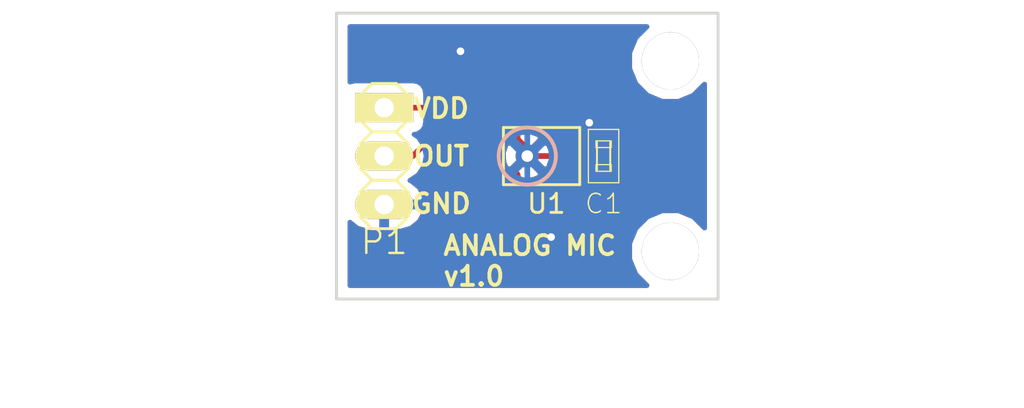
<source format=kicad_pcb>
(kicad_pcb (version 4) (host pcbnew 4.0.1-stable)

  (general
    (links 8)
    (no_connects 0)
    (area 139.924999 103.924999 160.075001 119.075001)
    (thickness 1.6)
    (drawings 16)
    (tracks 31)
    (zones 0)
    (modules 5)
    (nets 4)
  )

  (page A4)
  (title_block
    (title "SPU0410LR5H Board (Analog MEMS MICROPHONE)")
    (date 2017-04-16)
    (company Crescent)
  )

  (layers
    (0 F.Cu signal)
    (31 B.Cu signal)
    (32 B.Adhes user)
    (33 F.Adhes user)
    (34 B.Paste user)
    (35 F.Paste user)
    (36 B.SilkS user)
    (37 F.SilkS user)
    (38 B.Mask user)
    (39 F.Mask user)
    (40 Dwgs.User user)
    (41 Cmts.User user)
    (42 Eco1.User user)
    (43 Eco2.User user)
    (44 Edge.Cuts user)
    (45 Margin user)
    (46 B.CrtYd user)
    (47 F.CrtYd user)
    (48 B.Fab user)
    (49 F.Fab user)
  )

  (setup
    (last_trace_width 0.3)
    (trace_clearance 0.2)
    (zone_clearance 0.508)
    (zone_45_only no)
    (trace_min 0.2)
    (segment_width 0.2)
    (edge_width 0.15)
    (via_size 0.8)
    (via_drill 0.4)
    (via_min_size 0.4)
    (via_min_drill 0.3)
    (uvia_size 0.3)
    (uvia_drill 0.1)
    (uvias_allowed no)
    (uvia_min_size 0.2)
    (uvia_min_drill 0.1)
    (pcb_text_width 0.3)
    (pcb_text_size 1.5 1.5)
    (mod_edge_width 0.15)
    (mod_text_size 1 1)
    (mod_text_width 0.15)
    (pad_size 1.524 3.048)
    (pad_drill 1.016)
    (pad_to_mask_clearance 0.2)
    (aux_axis_origin 0 0)
    (visible_elements 7FFFFF7F)
    (pcbplotparams
      (layerselection 0x010fc_80000001)
      (usegerberextensions true)
      (excludeedgelayer true)
      (linewidth 0.100000)
      (plotframeref false)
      (viasonmask false)
      (mode 1)
      (useauxorigin false)
      (hpglpennumber 1)
      (hpglpenspeed 20)
      (hpglpendiameter 15)
      (hpglpenoverlay 2)
      (psnegative false)
      (psa4output false)
      (plotreference true)
      (plotvalue true)
      (plotinvisibletext false)
      (padsonsilk false)
      (subtractmaskfromsilk false)
      (outputformat 1)
      (mirror false)
      (drillshape 0)
      (scaleselection 1)
      (outputdirectory GERBER/))
  )

  (net 0 "")
  (net 1 VDD)
  (net 2 GND)
  (net 3 OUT)

  (net_class Default "これは標準のネット クラスです。"
    (clearance 0.2)
    (trace_width 0.3)
    (via_dia 0.8)
    (via_drill 0.4)
    (uvia_dia 0.3)
    (uvia_drill 0.1)
    (add_net GND)
    (add_net OUT)
    (add_net VDD)
  )

  (module Mounting_Holes:MountingHole_3mm (layer F.Cu) (tedit 58F3573A) (tstamp 58F73DE3)
    (at 157.5 116.5)
    (descr "Mounting hole, Befestigungsbohrung, 3mm, No Annular, Kein Restring,")
    (tags "Mounting hole, Befestigungsbohrung, 3mm, No Annular, Kein Restring,")
    (fp_text reference REF2 (at 0 -4.0005) (layer F.SilkS) hide
      (effects (font (size 1 1) (thickness 0.15)))
    )
    (fp_text value MountingHole_3mm (at 1.00076 5.00126) (layer F.Fab) hide
      (effects (font (size 1 1) (thickness 0.15)))
    )
    (fp_circle (center 0 0) (end 3 0) (layer Cmts.User) (width 0.381))
    (pad 1 thru_hole circle (at 0 0) (size 3 3) (drill 3) (layers))
  )

  (module generic:generic-SMD1608 (layer F.Cu) (tedit 58F35871) (tstamp 58F354E6)
    (at 154 111.5 90)
    (descr "1608M 0603")
    (tags "1608M 0603")
    (path /58F34CD1)
    (attr smd)
    (fp_text reference C1 (at -2.5 0 180) (layer F.SilkS)
      (effects (font (size 1.016 1.016) (thickness 0.0762)))
    )
    (fp_text value C (at 2.2479 1.14046 90) (layer B.SilkS) hide
      (effects (font (size 1.016 1.016) (thickness 0.0762)) (justify mirror))
    )
    (fp_line (start -0.79756 0.39878) (end -0.44958 0.39878) (layer F.SilkS) (width 0.06604))
    (fp_line (start -0.44958 0.39878) (end -0.44958 -0.39878) (layer F.SilkS) (width 0.06604))
    (fp_line (start -0.79756 -0.39878) (end -0.44958 -0.39878) (layer F.SilkS) (width 0.06604))
    (fp_line (start -0.79756 0.39878) (end -0.79756 -0.39878) (layer F.SilkS) (width 0.06604))
    (fp_line (start 0.44958 0.39878) (end 0.79756 0.39878) (layer F.SilkS) (width 0.06604))
    (fp_line (start 0.79756 0.39878) (end 0.79756 -0.39878) (layer F.SilkS) (width 0.06604))
    (fp_line (start 0.44958 -0.39878) (end 0.79756 -0.39878) (layer F.SilkS) (width 0.06604))
    (fp_line (start 0.44958 0.39878) (end 0.44958 -0.39878) (layer F.SilkS) (width 0.06604))
    (fp_line (start -1.39954 0.79756) (end 1.39954 0.79756) (layer F.SilkS) (width 0.06604))
    (fp_line (start 1.39954 0.79756) (end 1.39954 -0.79756) (layer F.SilkS) (width 0.06604))
    (fp_line (start -1.39954 -0.79756) (end 1.39954 -0.79756) (layer F.SilkS) (width 0.06604))
    (fp_line (start -1.39954 0.79756) (end -1.39954 -0.79756) (layer F.SilkS) (width 0.06604))
    (fp_line (start -0.7239 -0.34798) (end 0.7239 -0.34798) (layer F.SilkS) (width 0.1016))
    (fp_line (start 0.7239 0.34798) (end -0.7239 0.34798) (layer F.SilkS) (width 0.1016))
    (pad 1 smd rect (at -0.87376 0 90) (size 1.04902 1.0795) (layers F.Cu F.Paste F.Mask)
      (net 1 VDD))
    (pad 2 smd rect (at 0.87376 0 90) (size 1.04902 1.0795) (layers F.Cu F.Paste F.Mask)
      (net 2 GND))
  )

  (module pin-head:pinhead-1X03 (layer F.Cu) (tedit 590454AC) (tstamp 58F354ED)
    (at 142.5 111.5 270)
    (descr "PIN HEADER")
    (tags "PIN HEADER")
    (path /58F34C34)
    (attr virtual)
    (fp_text reference P1 (at 4.5 0 540) (layer F.SilkS)
      (effects (font (size 1.27 1.27) (thickness 0.127)))
    )
    (fp_text value CONN_01X03 (at 0 2.54 270) (layer F.SilkS) hide
      (effects (font (size 1.27 1.27) (thickness 0.1016)))
    )
    (fp_line (start -0.254 0.254) (end 0.254 0.254) (layer F.SilkS) (width 0.06604))
    (fp_line (start 0.254 0.254) (end 0.254 -0.254) (layer F.SilkS) (width 0.06604))
    (fp_line (start -0.254 -0.254) (end 0.254 -0.254) (layer F.SilkS) (width 0.06604))
    (fp_line (start -0.254 0.254) (end -0.254 -0.254) (layer F.SilkS) (width 0.06604))
    (fp_line (start -2.794 0.254) (end -2.286 0.254) (layer F.SilkS) (width 0.06604))
    (fp_line (start -2.286 0.254) (end -2.286 -0.254) (layer F.SilkS) (width 0.06604))
    (fp_line (start -2.794 -0.254) (end -2.286 -0.254) (layer F.SilkS) (width 0.06604))
    (fp_line (start -2.794 0.254) (end -2.794 -0.254) (layer F.SilkS) (width 0.06604))
    (fp_line (start 2.286 0.254) (end 2.794 0.254) (layer F.SilkS) (width 0.06604))
    (fp_line (start 2.794 0.254) (end 2.794 -0.254) (layer F.SilkS) (width 0.06604))
    (fp_line (start 2.286 -0.254) (end 2.794 -0.254) (layer F.SilkS) (width 0.06604))
    (fp_line (start 2.286 0.254) (end 2.286 -0.254) (layer F.SilkS) (width 0.06604))
    (fp_line (start -3.175 -1.27) (end -1.905 -1.27) (layer F.SilkS) (width 0.1524))
    (fp_line (start -1.905 -1.27) (end -1.27 -0.635) (layer F.SilkS) (width 0.1524))
    (fp_line (start -1.27 -0.635) (end -1.27 0.635) (layer F.SilkS) (width 0.1524))
    (fp_line (start -1.27 0.635) (end -1.905 1.27) (layer F.SilkS) (width 0.1524))
    (fp_line (start -1.27 -0.635) (end -0.635 -1.27) (layer F.SilkS) (width 0.1524))
    (fp_line (start -0.635 -1.27) (end 0.635 -1.27) (layer F.SilkS) (width 0.1524))
    (fp_line (start 0.635 -1.27) (end 1.27 -0.635) (layer F.SilkS) (width 0.1524))
    (fp_line (start 1.27 -0.635) (end 1.27 0.635) (layer F.SilkS) (width 0.1524))
    (fp_line (start 1.27 0.635) (end 0.635 1.27) (layer F.SilkS) (width 0.1524))
    (fp_line (start 0.635 1.27) (end -0.635 1.27) (layer F.SilkS) (width 0.1524))
    (fp_line (start -0.635 1.27) (end -1.27 0.635) (layer F.SilkS) (width 0.1524))
    (fp_line (start -3.81 -0.635) (end -3.81 0.635) (layer F.SilkS) (width 0.1524))
    (fp_line (start -3.175 -1.27) (end -3.81 -0.635) (layer F.SilkS) (width 0.1524))
    (fp_line (start -3.81 0.635) (end -3.175 1.27) (layer F.SilkS) (width 0.1524))
    (fp_line (start -1.905 1.27) (end -3.175 1.27) (layer F.SilkS) (width 0.1524))
    (fp_line (start 1.27 -0.635) (end 1.905 -1.27) (layer F.SilkS) (width 0.1524))
    (fp_line (start 1.905 -1.27) (end 3.175 -1.27) (layer F.SilkS) (width 0.1524))
    (fp_line (start 3.175 -1.27) (end 3.81 -0.635) (layer F.SilkS) (width 0.1524))
    (fp_line (start 3.81 -0.635) (end 3.81 0.635) (layer F.SilkS) (width 0.1524))
    (fp_line (start 3.81 0.635) (end 3.175 1.27) (layer F.SilkS) (width 0.1524))
    (fp_line (start 3.175 1.27) (end 1.905 1.27) (layer F.SilkS) (width 0.1524))
    (fp_line (start 1.905 1.27) (end 1.27 0.635) (layer F.SilkS) (width 0.1524))
    (pad 1 thru_hole rect (at -2.54 0 90) (size 1.524 3.048) (drill 1.016) (layers *.Cu *.Paste *.Mask F.SilkS)
      (net 1 VDD))
    (pad 2 thru_hole oval (at 0 0 90) (size 1.524 3.048) (drill 1.016) (layers *.Cu *.Paste *.Mask F.SilkS)
      (net 3 OUT))
    (pad 3 thru_hole oval (at 2.54 0 90) (size 1.524 3.048) (drill 1.016) (layers *.Cu *.Paste *.Mask F.SilkS)
      (net 2 GND))
  )

  (module SPU0410LR5H:SPU0410LR5H (layer F.Cu) (tedit 58F3586D) (tstamp 58F354F7)
    (at 150 111.5 270)
    (path /58F34B9F)
    (fp_text reference U1 (at 2.5 -1 540) (layer F.SilkS)
      (effects (font (size 1 1) (thickness 0.15)))
    )
    (fp_text value SPU0410LR5H (at 0.2 -7.6 270) (layer F.Fab) hide
      (effects (font (size 1 1) (thickness 0.15)))
    )
    (fp_line (start -1.5 -2.75) (end 1.5 -2.75) (layer F.SilkS) (width 0.15))
    (fp_line (start 1.5 -2.75) (end 1.5 1.25) (layer F.SilkS) (width 0.15))
    (fp_line (start 1.5 1.25) (end -1.5 1.25) (layer F.SilkS) (width 0.15))
    (fp_line (start -1.5 1.25) (end -1.5 -2.75) (layer F.SilkS) (width 0.15))
    (pad 3 smd circle (at 1.015 0.634 270) (size 0.562 0.562) (layers F.Cu F.Paste F.Mask)
      (net 2 GND))
    (pad 2 smd circle (at -1.015 0.634 270) (size 0.562 0.562) (layers F.Cu F.Paste F.Mask)
      (net 2 GND))
    (pad 4 smd circle (at 0.966 -2.103 270) (size 0.723 0.723) (layers F.Cu F.Paste F.Mask)
      (net 1 VDD))
    (pad 1 smd circle (at -0.966 -2.103 270) (size 0.723 0.723) (layers F.Cu F.Paste F.Mask)
      (net 3 OUT))
    (pad 6 thru_hole circle (at 0 0 270) (size 1.224 1.224) (drill 0.61) (layers *.Cu F.Paste F.Mask)
      (net 2 GND))
    (pad 5 smd circle (at 0 -2.103 270) (size 0.612 0.612) (layers F.Cu F.Paste F.Mask)
      (net 2 GND))
  )

  (module Mounting_Holes:MountingHole_3mm (layer F.Cu) (tedit 58F35736) (tstamp 58F356F5)
    (at 157.5 106.5)
    (descr "Mounting hole, Befestigungsbohrung, 3mm, No Annular, Kein Restring,")
    (tags "Mounting hole, Befestigungsbohrung, 3mm, No Annular, Kein Restring,")
    (fp_text reference REF1 (at 0 -4.0005) (layer F.SilkS) hide
      (effects (font (size 1 1) (thickness 0.15)))
    )
    (fp_text value MountingHole_3mm (at 1.00076 5.00126) (layer F.Fab) hide
      (effects (font (size 1 1) (thickness 0.15)))
    )
    (fp_circle (center 0 0) (end 3 0) (layer Cmts.User) (width 0.381))
    (pad 1 thru_hole circle (at 0 0) (size 3 3) (drill 3) (layers))
  )

  (gr_circle (center 150 111.5) (end 148.5 111.5) (layer B.SilkS) (width 0.2))
  (dimension 10 (width 0.3) (layer Eco2.User)
    (gr_text "10.000 mm" (at 145 121.85) (layer Eco2.User)
      (effects (font (size 1.5 1.5) (thickness 0.3)))
    )
    (feature1 (pts (xy 140 111.5) (xy 140 123.2)))
    (feature2 (pts (xy 150 111.5) (xy 150 123.2)))
    (crossbar (pts (xy 150 120.5) (xy 140 120.5)))
    (arrow1a (pts (xy 140 120.5) (xy 141.126504 119.913579)))
    (arrow1b (pts (xy 140 120.5) (xy 141.126504 121.086421)))
    (arrow2a (pts (xy 150 120.5) (xy 148.873496 119.913579)))
    (arrow2b (pts (xy 150 120.5) (xy 148.873496 121.086421)))
  )
  (dimension 7.5 (width 0.3) (layer Eco2.User)
    (gr_text "7.500 mm" (at 173.35 115.25 270) (layer Eco2.User)
      (effects (font (size 1.5 1.5) (thickness 0.3)))
    )
    (feature1 (pts (xy 150 119) (xy 174.7 119)))
    (feature2 (pts (xy 150 111.5) (xy 174.7 111.5)))
    (crossbar (pts (xy 172 111.5) (xy 172 119)))
    (arrow1a (pts (xy 172 119) (xy 171.413579 117.873496)))
    (arrow1b (pts (xy 172 119) (xy 172.586421 117.873496)))
    (arrow2a (pts (xy 172 111.5) (xy 171.413579 112.626504)))
    (arrow2b (pts (xy 172 111.5) (xy 172.586421 112.626504)))
  )
  (dimension 10 (width 0.3) (layer Eco2.User)
    (gr_text "10.000 mm" (at 167.35 111.5 270) (layer Eco2.User)
      (effects (font (size 1.5 1.5) (thickness 0.3)))
    )
    (feature1 (pts (xy 157.5 116.5) (xy 168.7 116.5)))
    (feature2 (pts (xy 157.5 106.5) (xy 168.7 106.5)))
    (crossbar (pts (xy 166 106.5) (xy 166 116.5)))
    (arrow1a (pts (xy 166 116.5) (xy 165.413579 115.373496)))
    (arrow1b (pts (xy 166 116.5) (xy 166.586421 115.373496)))
    (arrow2a (pts (xy 166 106.5) (xy 165.413579 107.626504)))
    (arrow2b (pts (xy 166 106.5) (xy 166.586421 107.626504)))
  )
  (gr_text GND (at 145.5 114) (layer F.SilkS)
    (effects (font (size 1 1) (thickness 0.2)))
  )
  (gr_text OUT (at 145.5 111.5) (layer F.SilkS)
    (effects (font (size 1 1) (thickness 0.2)))
  )
  (gr_text VDD (at 145.5 109) (layer F.SilkS)
    (effects (font (size 1 1) (thickness 0.2)))
  )
  (gr_text "ANALOG MIC \nv1.0" (at 145.5 117) (layer F.SilkS)
    (effects (font (size 1 1) (thickness 0.2)) (justify left))
  )
  (gr_line (start 150 106) (end 150 117) (angle 90) (layer Eco2.User) (width 0.2))
  (gr_line (start 155.5 111.5) (end 144.5 111.5) (angle 90) (layer Eco2.User) (width 0.2))
  (dimension 20 (width 0.3) (layer Eco2.User)
    (gr_text "20.000 mm" (at 150 125.35) (layer Eco2.User)
      (effects (font (size 1.5 1.5) (thickness 0.3)))
    )
    (feature1 (pts (xy 160 119) (xy 160 126.7)))
    (feature2 (pts (xy 140 119) (xy 140 126.7)))
    (crossbar (pts (xy 140 124) (xy 160 124)))
    (arrow1a (pts (xy 160 124) (xy 158.873496 124.586421)))
    (arrow1b (pts (xy 160 124) (xy 158.873496 123.413579)))
    (arrow2a (pts (xy 140 124) (xy 141.126504 124.586421)))
    (arrow2b (pts (xy 140 124) (xy 141.126504 123.413579)))
  )
  (dimension 15 (width 0.3) (layer Eco2.User)
    (gr_text "15.000 mm" (at 128.65 111.5 270) (layer Eco2.User)
      (effects (font (size 1.5 1.5) (thickness 0.3)))
    )
    (feature1 (pts (xy 140 119) (xy 127.3 119)))
    (feature2 (pts (xy 140 104) (xy 127.3 104)))
    (crossbar (pts (xy 130 104) (xy 130 119)))
    (arrow1a (pts (xy 130 119) (xy 129.413579 117.873496)))
    (arrow1b (pts (xy 130 119) (xy 130.586421 117.873496)))
    (arrow2a (pts (xy 130 104) (xy 129.413579 105.126504)))
    (arrow2b (pts (xy 130 104) (xy 130.586421 105.126504)))
  )
  (gr_line (start 140 119) (end 140 104) (angle 90) (layer Edge.Cuts) (width 0.15))
  (gr_line (start 160 119) (end 140 119) (angle 90) (layer Edge.Cuts) (width 0.15))
  (gr_line (start 160 104) (end 160 119) (angle 90) (layer Edge.Cuts) (width 0.15))
  (gr_line (start 140 104) (end 160 104) (angle 90) (layer Edge.Cuts) (width 0.15))

  (segment (start 153.0177 112.466) (end 153.1099 112.3738) (width 0.3) (layer F.Cu) (net 1))
  (segment (start 152.103 112.466) (end 153.0177 112.466) (width 0.3) (layer F.Cu) (net 1))
  (segment (start 154 112.3738) (end 153.1099 112.3738) (width 0.3) (layer F.Cu) (net 1))
  (segment (start 155.5 110.8738) (end 154 112.3738) (width 0.3) (layer F.Cu) (net 1))
  (segment (start 155.5 110) (end 155.5 110.8738) (width 0.3) (layer F.Cu) (net 1))
  (segment (start 154.46 108.96) (end 155.5 110) (width 0.3) (layer F.Cu) (net 1))
  (segment (start 142.5 108.96) (end 154.46 108.96) (width 0.3) (layer F.Cu) (net 1))
  (segment (start 150 111.5) (end 150 114.5) (width 0.3) (layer B.Cu) (net 2))
  (via (at 151.25 115.75) (size 0.8) (drill 0.4) (layers F.Cu B.Cu) (net 2))
  (segment (start 150 114.5) (end 151.25 115.75) (width 0.3) (layer B.Cu) (net 2) (tstamp 58F35A74))
  (segment (start 154 110.62624) (end 154 110.5) (width 0.3) (layer F.Cu) (net 2))
  (segment (start 154 110.5) (end 153.25 109.75) (width 0.3) (layer F.Cu) (net 2) (tstamp 58F35A66))
  (via (at 153.25 109.75) (size 0.8) (drill 0.4) (layers F.Cu B.Cu) (net 2))
  (segment (start 150 111.5) (end 150 109.5) (width 0.3) (layer B.Cu) (net 2))
  (via (at 146.5 106) (size 0.8) (drill 0.4) (layers F.Cu B.Cu) (net 2))
  (segment (start 150 109.5) (end 146.5 106) (width 0.3) (layer B.Cu) (net 2) (tstamp 58F35A5D))
  (segment (start 150 111.119) (end 149.366 110.485) (width 0.3) (layer F.Cu) (net 2))
  (segment (start 150 111.5) (end 150 111.119) (width 0.3) (layer F.Cu) (net 2))
  (segment (start 149.366 112.134) (end 149.366 112.515) (width 0.3) (layer F.Cu) (net 2))
  (segment (start 150 111.5) (end 149.366 112.134) (width 0.3) (layer F.Cu) (net 2))
  (segment (start 150 111.5) (end 152.103 111.5) (width 0.3) (layer F.Cu) (net 2))
  (segment (start 152.2361 111.5) (end 153.1099 110.6262) (width 0.3) (layer F.Cu) (net 2))
  (segment (start 152.103 111.5) (end 152.2361 111.5) (width 0.3) (layer F.Cu) (net 2))
  (segment (start 154 110.6262) (end 153.1099 110.6262) (width 0.3) (layer F.Cu) (net 2))
  (segment (start 147.841 114.04) (end 149.366 112.515) (width 0.3) (layer F.Cu) (net 2))
  (segment (start 142.5 114.04) (end 147.841 114.04) (width 0.3) (layer F.Cu) (net 2))
  (segment (start 145 109.6002) (end 145 110.5) (width 0.3) (layer F.Cu) (net 3))
  (segment (start 152.103 110.534) (end 151.1692 109.6002) (width 0.3) (layer F.Cu) (net 3))
  (segment (start 151.1692 109.6002) (end 145 109.6002) (width 0.3) (layer F.Cu) (net 3))
  (segment (start 145 110.5) (end 144 111.5) (width 0.3) (layer F.Cu) (net 3) (tstamp 59045579))
  (segment (start 144 111.5) (end 142.5 111.5) (width 0.3) (layer F.Cu) (net 3) (tstamp 5904557C))

  (zone (net 2) (net_name GND) (layer F.Cu) (tstamp 58F35A21) (hatch edge 0.508)
    (connect_pads (clearance 0.508))
    (min_thickness 0.254)
    (fill yes (arc_segments 16) (thermal_gap 0.508) (thermal_bridge_width 0.508))
    (polygon
      (pts
        (xy 140 104) (xy 160 104) (xy 160 119) (xy 140 119)
      )
    )
    (filled_polygon
      (pts
        (xy 155.691091 105.289041) (xy 155.365372 106.073459) (xy 155.36463 106.922815) (xy 155.68898 107.7078) (xy 156.289041 108.308909)
        (xy 157.073459 108.634628) (xy 157.922815 108.63537) (xy 158.7078 108.31102) (xy 159.29 107.729835) (xy 159.29 115.271143)
        (xy 158.710959 114.691091) (xy 157.926541 114.365372) (xy 157.077185 114.36463) (xy 156.2922 114.68898) (xy 155.691091 115.289041)
        (xy 155.365372 116.073459) (xy 155.36463 116.922815) (xy 155.68898 117.7078) (xy 156.270165 118.29) (xy 140.71 118.29)
        (xy 140.71 114.978136) (xy 141.086059 115.282059) (xy 141.611 115.437) (xy 142.373 115.437) (xy 142.373 114.167)
        (xy 142.627 114.167) (xy 142.627 115.437) (xy 143.389 115.437) (xy 143.913941 115.282059) (xy 144.33963 114.938026)
        (xy 144.60126 114.457277) (xy 144.61622 114.38307) (xy 144.49372 114.167) (xy 142.627 114.167) (xy 142.373 114.167)
        (xy 142.353 114.167) (xy 142.353 113.913) (xy 142.373 113.913) (xy 142.373 113.893) (xy 142.627 113.893)
        (xy 142.627 113.913) (xy 144.49372 113.913) (xy 144.61622 113.69693) (xy 144.60126 113.622723) (xy 144.341573 113.145543)
        (xy 148.915062 113.145543) (xy 148.924885 113.338209) (xy 149.273491 113.444353) (xy 149.636181 113.409013) (xy 149.807115 113.338209)
        (xy 149.816938 113.145543) (xy 149.366 112.694605) (xy 148.915062 113.145543) (xy 144.341573 113.145543) (xy 144.33963 113.141974)
        (xy 143.913941 112.797941) (xy 143.854338 112.780349) (xy 144.292125 112.487828) (xy 144.335781 112.422491) (xy 148.436647 112.422491)
        (xy 148.471987 112.785181) (xy 148.542791 112.956115) (xy 148.735457 112.965938) (xy 149.186395 112.515) (xy 148.735457 112.064062)
        (xy 148.542791 112.073885) (xy 148.436647 112.422491) (xy 144.335781 112.422491) (xy 144.594957 112.034609) (xy 144.599776 112.010382)
        (xy 145.555079 111.055079) (xy 145.725245 110.800406) (xy 145.785001 110.5) (xy 145.785 110.499995) (xy 145.785 110.3852)
        (xy 148.438867 110.3852) (xy 148.436647 110.392491) (xy 148.471987 110.755181) (xy 148.542791 110.926115) (xy 148.735457 110.935938)
        (xy 149.186395 110.485) (xy 149.172253 110.470858) (xy 149.25791 110.3852) (xy 149.399441 110.3852) (xy 149.359155 110.401887)
        (xy 149.308161 110.628556) (xy 149.355105 110.6755) (xy 149.1755 110.855105) (xy 149.128556 110.808161) (xy 148.901887 110.859155)
        (xy 148.740236 111.328166) (xy 148.770371 111.823337) (xy 148.901887 112.140845) (xy 149.128556 112.191839) (xy 149.1755 112.144895)
        (xy 149.355105 112.3245) (xy 149.308161 112.371444) (xy 149.359155 112.598113) (xy 149.77049 112.739885) (xy 149.996543 112.965938)
        (xy 150.189209 112.956115) (xy 150.256939 112.73367) (xy 150.323337 112.729629) (xy 150.640845 112.598113) (xy 150.691839 112.371444)
        (xy 150 111.679605) (xy 149.815881 111.863724) (xy 149.807115 111.691791) (xy 149.670271 111.650124) (xy 149.820395 111.5)
        (xy 149.680889 111.360494) (xy 149.807115 111.308209) (xy 149.815881 111.136276) (xy 150 111.320395) (xy 150.691839 110.628556)
        (xy 150.640845 110.401887) (xy 150.59243 110.3852) (xy 150.844042 110.3852) (xy 151.1064 110.647558) (xy 151.106327 110.731347)
        (xy 151.248909 111.076422) (xy 151.222956 111.160554) (xy 151.098113 110.859155) (xy 150.871444 110.808161) (xy 150.179605 111.5)
        (xy 150.871444 112.191839) (xy 151.098113 112.140845) (xy 151.205906 111.828096) (xy 151.247345 111.928139) (xy 151.106673 112.266914)
        (xy 151.106327 112.663347) (xy 151.257715 113.029735) (xy 151.537791 113.310299) (xy 151.903914 113.462327) (xy 152.300347 113.462673)
        (xy 152.666735 113.311285) (xy 152.727125 113.251) (xy 152.932641 113.251) (xy 152.99616 113.349711) (xy 153.20836 113.494701)
        (xy 153.46025 113.54571) (xy 154.53975 113.54571) (xy 154.775067 113.501432) (xy 154.991191 113.36236) (xy 155.136181 113.15016)
        (xy 155.18719 112.89827) (xy 155.18719 112.296768) (xy 156.055079 111.428879) (xy 156.225245 111.174207) (xy 156.285 110.8738)
        (xy 156.285 110) (xy 156.265229 109.900606) (xy 156.225245 109.699593) (xy 156.055079 109.444921) (xy 155.015079 108.404921)
        (xy 154.760407 108.234755) (xy 154.46 108.175) (xy 144.667112 108.175) (xy 144.627162 107.962683) (xy 144.48809 107.746559)
        (xy 144.27589 107.601569) (xy 144.024 107.55056) (xy 140.976 107.55056) (xy 140.740683 107.594838) (xy 140.71 107.614582)
        (xy 140.71 104.71) (xy 156.271143 104.71)
      )
    )
    (filled_polygon
      (pts
        (xy 154.127 110.49924) (xy 154.147 110.49924) (xy 154.147 110.75324) (xy 154.127 110.75324) (xy 154.127 110.77324)
        (xy 153.873 110.77324) (xy 153.873 110.75324) (xy 153.853 110.75324) (xy 153.853 110.49924) (xy 153.873 110.49924)
        (xy 153.873 110.47924) (xy 154.127 110.47924)
      )
    )
  )
  (zone (net 2) (net_name GND) (layer B.Cu) (tstamp 58F35A30) (hatch edge 0.508)
    (connect_pads (clearance 0.508))
    (min_thickness 0.254)
    (fill yes (arc_segments 16) (thermal_gap 0.508) (thermal_bridge_width 0.508))
    (polygon
      (pts
        (xy 140 104) (xy 160 104) (xy 160 119) (xy 140 119)
      )
    )
    (filled_polygon
      (pts
        (xy 155.691091 105.289041) (xy 155.365372 106.073459) (xy 155.36463 106.922815) (xy 155.68898 107.7078) (xy 156.289041 108.308909)
        (xy 157.073459 108.634628) (xy 157.922815 108.63537) (xy 158.7078 108.31102) (xy 159.29 107.729835) (xy 159.29 115.271143)
        (xy 158.710959 114.691091) (xy 157.926541 114.365372) (xy 157.077185 114.36463) (xy 156.2922 114.68898) (xy 155.691091 115.289041)
        (xy 155.365372 116.073459) (xy 155.36463 116.922815) (xy 155.68898 117.7078) (xy 156.270165 118.29) (xy 140.71 118.29)
        (xy 140.71 114.978136) (xy 141.086059 115.282059) (xy 141.611 115.437) (xy 142.373 115.437) (xy 142.373 114.167)
        (xy 142.627 114.167) (xy 142.627 115.437) (xy 143.389 115.437) (xy 143.913941 115.282059) (xy 144.33963 114.938026)
        (xy 144.60126 114.457277) (xy 144.61622 114.38307) (xy 144.49372 114.167) (xy 142.627 114.167) (xy 142.373 114.167)
        (xy 142.353 114.167) (xy 142.353 113.913) (xy 142.373 113.913) (xy 142.373 113.893) (xy 142.627 113.893)
        (xy 142.627 113.913) (xy 144.49372 113.913) (xy 144.61622 113.69693) (xy 144.60126 113.622723) (xy 144.33963 113.141974)
        (xy 143.913941 112.797941) (xy 143.854338 112.780349) (xy 144.292125 112.487828) (xy 144.36989 112.371444) (xy 149.308161 112.371444)
        (xy 149.359155 112.598113) (xy 149.828166 112.759764) (xy 150.323337 112.729629) (xy 150.640845 112.598113) (xy 150.691839 112.371444)
        (xy 150 111.679605) (xy 149.308161 112.371444) (xy 144.36989 112.371444) (xy 144.594957 112.034609) (xy 144.701297 111.5)
        (xy 144.667118 111.328166) (xy 148.740236 111.328166) (xy 148.770371 111.823337) (xy 148.901887 112.140845) (xy 149.128556 112.191839)
        (xy 149.820395 111.5) (xy 150.179605 111.5) (xy 150.871444 112.191839) (xy 151.098113 112.140845) (xy 151.259764 111.671834)
        (xy 151.229629 111.176663) (xy 151.098113 110.859155) (xy 150.871444 110.808161) (xy 150.179605 111.5) (xy 149.820395 111.5)
        (xy 149.128556 110.808161) (xy 148.901887 110.859155) (xy 148.740236 111.328166) (xy 144.667118 111.328166) (xy 144.594957 110.965391)
        (xy 144.369891 110.628556) (xy 149.308161 110.628556) (xy 150 111.320395) (xy 150.691839 110.628556) (xy 150.640845 110.401887)
        (xy 150.171834 110.240236) (xy 149.676663 110.270371) (xy 149.359155 110.401887) (xy 149.308161 110.628556) (xy 144.369891 110.628556)
        (xy 144.292125 110.512172) (xy 144.066534 110.361437) (xy 144.259317 110.325162) (xy 144.475441 110.18609) (xy 144.620431 109.97389)
        (xy 144.67144 109.722) (xy 144.67144 108.198) (xy 144.627162 107.962683) (xy 144.48809 107.746559) (xy 144.27589 107.601569)
        (xy 144.024 107.55056) (xy 140.976 107.55056) (xy 140.740683 107.594838) (xy 140.71 107.614582) (xy 140.71 104.71)
        (xy 156.271143 104.71)
      )
    )
  )
)

</source>
